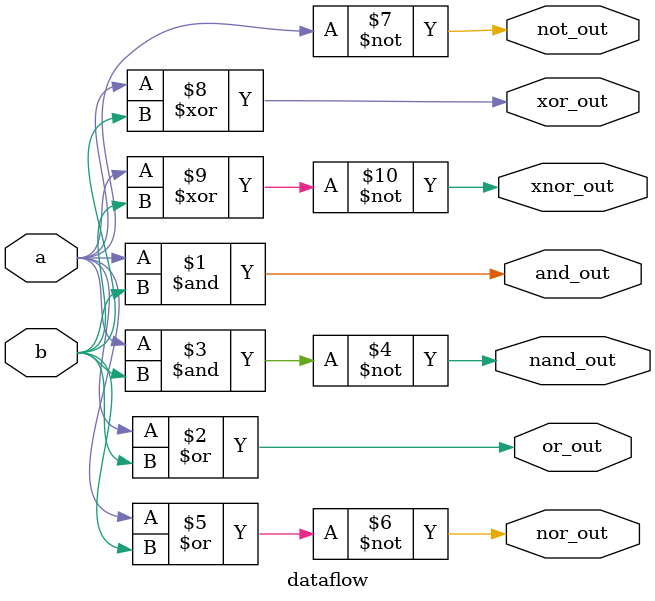
<source format=v>
`timescale 1ns / 1ps


module dataflow(a,b,and_out,or_out,nand_out,nor_out,not_out,xor_out,xnor_out);
  input a,b;
  output and_out,or_out,nand_out,nor_out,not_out,xor_out,xnor_out;

  assign and_out = (a & b);
  assign or_out = (a | b);
  assign nand_out = ~(a & b);
  assign nor_out = ~(a | b);
  assign not_out = ~a;
  assign xor_out = (a ^ b);
  assign xnor_out = ~(a ^ b);
endmodule


</source>
